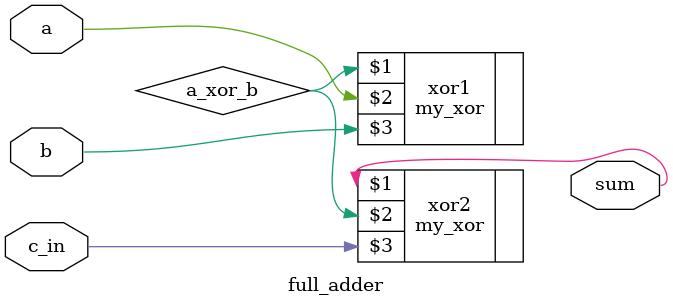
<source format=v>

module full_adder (output sum, input a, b, c_in);
	my_xor xor1 (a_xor_b, a, b);
	my_xor xor2 (sum, a_xor_b, c_in);
endmodule 
</source>
